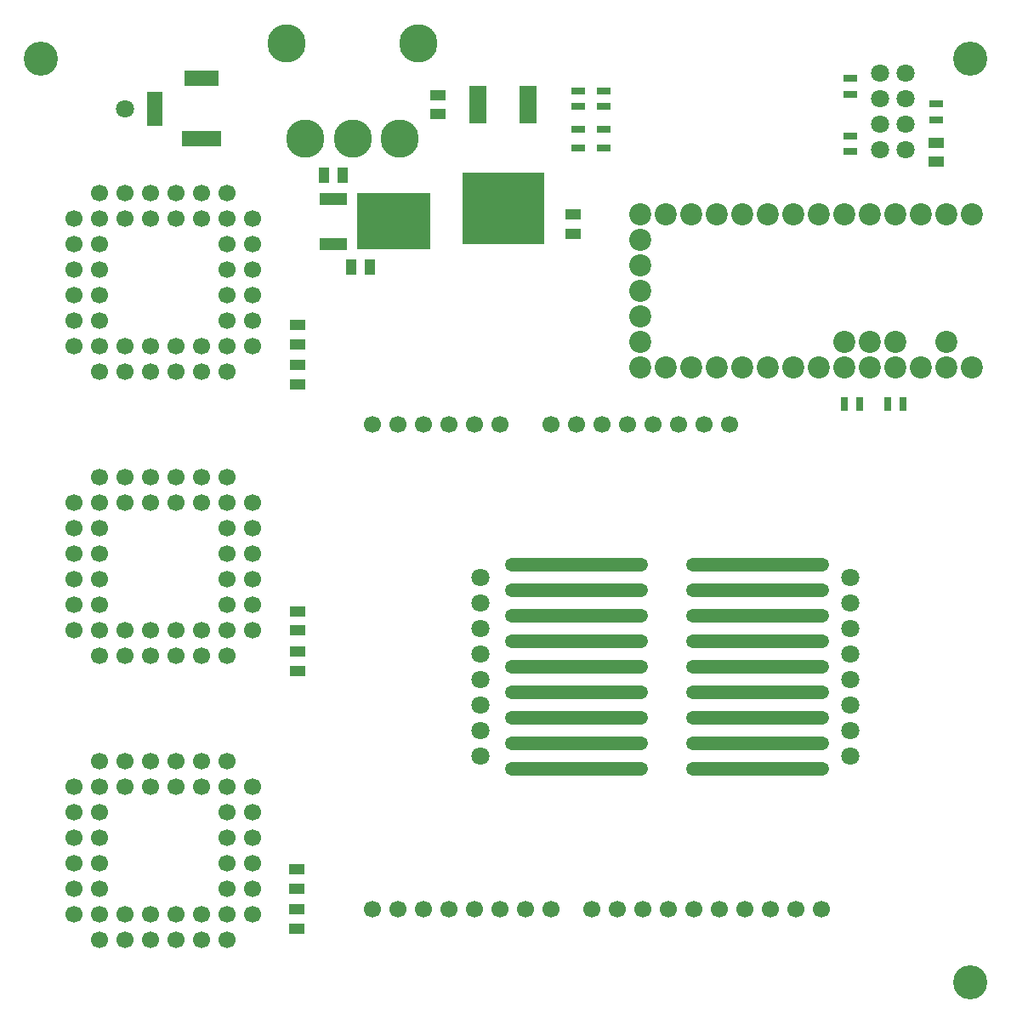
<source format=gts>
G04*
G04 #@! TF.GenerationSoftware,Altium Limited,Altium Designer,19.0.12 (326)*
G04*
G04 Layer_Color=8388736*
%FSLAX44Y44*%
%MOMM*%
G71*
G01*
G75*
%ADD22R,1.5000X1.1000*%
%ADD23R,7.3000X5.7000*%
%ADD24R,2.8000X1.1500*%
%ADD25R,1.1000X1.5000*%
%ADD26R,8.2000X7.2000*%
%ADD27R,1.8000X3.7000*%
%ADD28R,1.3400X0.7400*%
%ADD29R,1.4000X0.7000*%
%ADD30R,0.7400X1.3400*%
%ADD31C,1.8000*%
G04:AMPARAMS|DCode=32|XSize=14.2mm|YSize=1.4mm|CornerRadius=0.7mm|HoleSize=0mm|Usage=FLASHONLY|Rotation=0.000|XOffset=0mm|YOffset=0mm|HoleType=Round|Shape=RoundedRectangle|*
%AMROUNDEDRECTD32*
21,1,14.2000,0.0000,0,0,0.0*
21,1,12.8000,1.4000,0,0,0.0*
1,1,1.4000,6.4000,0.0000*
1,1,1.4000,-6.4000,0.0000*
1,1,1.4000,-6.4000,0.0000*
1,1,1.4000,6.4000,0.0000*
%
%ADD32ROUNDEDRECTD32*%
%ADD33C,2.2000*%
%ADD34C,3.8000*%
%ADD35R,1.5000X3.4000*%
%ADD36R,3.4000X1.5000*%
%ADD37R,3.9000X1.5000*%
%ADD38C,1.7000*%
%ADD39C,3.4000*%
D22*
X295000Y694500D02*
D03*
Y675500D02*
D03*
Y635500D02*
D03*
Y654500D02*
D03*
X435000Y923500D02*
D03*
Y904500D02*
D03*
X570000Y804500D02*
D03*
Y785500D02*
D03*
X295000Y350500D02*
D03*
Y369500D02*
D03*
X294894Y152654D02*
D03*
Y133654D02*
D03*
Y93654D02*
D03*
Y112654D02*
D03*
X930910Y876250D02*
D03*
Y857250D02*
D03*
X295000Y390500D02*
D03*
Y409500D02*
D03*
D23*
X391382Y797560D02*
D03*
D24*
X330882Y774760D02*
D03*
Y820360D02*
D03*
D25*
X348640Y751840D02*
D03*
X367640D02*
D03*
X321360Y843280D02*
D03*
X340360D02*
D03*
D26*
X500000Y811000D02*
D03*
D27*
X475000Y914000D02*
D03*
X525000D02*
D03*
D28*
X575000Y927750D02*
D03*
Y912250D02*
D03*
X600000Y927750D02*
D03*
Y912250D02*
D03*
X930910Y898900D02*
D03*
Y914400D02*
D03*
X845900Y924500D02*
D03*
Y940000D02*
D03*
Y882650D02*
D03*
Y867150D02*
D03*
D29*
X600000Y889500D02*
D03*
Y870500D02*
D03*
X575000Y889500D02*
D03*
Y870500D02*
D03*
D30*
X839600Y615950D02*
D03*
X855100D02*
D03*
X882650D02*
D03*
X898150D02*
D03*
D31*
X477600Y443479D02*
D03*
Y418079D02*
D03*
Y392679D02*
D03*
Y367279D02*
D03*
Y341879D02*
D03*
Y316479D02*
D03*
Y291079D02*
D03*
Y265679D02*
D03*
X845900D02*
D03*
Y291079D02*
D03*
Y316479D02*
D03*
Y341879D02*
D03*
Y367279D02*
D03*
Y392679D02*
D03*
Y418079D02*
D03*
Y443479D02*
D03*
X900400Y869200D02*
D03*
Y894600D02*
D03*
Y920000D02*
D03*
Y945400D02*
D03*
X875000D02*
D03*
Y920000D02*
D03*
Y894600D02*
D03*
Y869200D02*
D03*
X123350Y909800D02*
D03*
D32*
X753190Y430779D02*
D03*
Y456179D02*
D03*
Y405379D02*
D03*
Y379979D02*
D03*
Y354579D02*
D03*
Y329179D02*
D03*
Y303779D02*
D03*
Y278379D02*
D03*
Y252979D02*
D03*
X572850D02*
D03*
Y278379D02*
D03*
Y303779D02*
D03*
Y329179D02*
D03*
Y354579D02*
D03*
Y379979D02*
D03*
Y405379D02*
D03*
Y456179D02*
D03*
Y430779D02*
D03*
D33*
X839600Y678000D02*
D03*
X865000D02*
D03*
X890400D02*
D03*
X941200D02*
D03*
X966600Y652600D02*
D03*
X941200D02*
D03*
X915800D02*
D03*
X890400D02*
D03*
X865000D02*
D03*
X839600D02*
D03*
X814200D02*
D03*
X788800D02*
D03*
X763400D02*
D03*
X738000D02*
D03*
X712600D02*
D03*
X687200D02*
D03*
X661800D02*
D03*
X636400D02*
D03*
Y678000D02*
D03*
Y703400D02*
D03*
Y728800D02*
D03*
Y754200D02*
D03*
Y779600D02*
D03*
Y805000D02*
D03*
X661800D02*
D03*
X687200D02*
D03*
X712600D02*
D03*
X738000D02*
D03*
X763400D02*
D03*
X788800D02*
D03*
X814200D02*
D03*
X839600D02*
D03*
X865000D02*
D03*
X890400D02*
D03*
X915800D02*
D03*
X941200D02*
D03*
X966600D02*
D03*
D34*
X350000Y880000D02*
D03*
X416000Y975300D02*
D03*
X284000D02*
D03*
X397000Y880000D02*
D03*
X303000D02*
D03*
D35*
X153000Y910000D02*
D03*
D36*
X200000Y940000D02*
D03*
D37*
Y880000D02*
D03*
D38*
X547450Y595312D02*
D03*
X572850D02*
D03*
X598250D02*
D03*
X623650D02*
D03*
X649050D02*
D03*
X674450D02*
D03*
X699850D02*
D03*
X725250D02*
D03*
X588090Y112712D02*
D03*
X613490D02*
D03*
X664290D02*
D03*
X689690D02*
D03*
X715090D02*
D03*
X740490D02*
D03*
X765890D02*
D03*
X791290D02*
D03*
X816690D02*
D03*
X638890D02*
D03*
X547450D02*
D03*
X522050D02*
D03*
X496650D02*
D03*
X471250D02*
D03*
X445850D02*
D03*
X420450D02*
D03*
X395050D02*
D03*
X369650D02*
D03*
Y595312D02*
D03*
X395050D02*
D03*
X420450D02*
D03*
X445850D02*
D03*
X471250D02*
D03*
X496650D02*
D03*
X224950Y825500D02*
D03*
X199550D02*
D03*
X174150D02*
D03*
X148750D02*
D03*
X123350D02*
D03*
X97950D02*
D03*
X250350Y800100D02*
D03*
X224950D02*
D03*
X199550D02*
D03*
X174150D02*
D03*
X148750D02*
D03*
X123350D02*
D03*
X97950D02*
D03*
X72550D02*
D03*
X250350Y774700D02*
D03*
X224950D02*
D03*
X97950D02*
D03*
X72550D02*
D03*
X250350Y749300D02*
D03*
X224950D02*
D03*
X97950D02*
D03*
X72550D02*
D03*
X250350Y723900D02*
D03*
X224950D02*
D03*
X97950D02*
D03*
X72550D02*
D03*
X250350Y698500D02*
D03*
X224950D02*
D03*
X97950D02*
D03*
X72550D02*
D03*
X250350Y673100D02*
D03*
X224950D02*
D03*
X199550D02*
D03*
X174150D02*
D03*
X148750D02*
D03*
X123350D02*
D03*
X97950D02*
D03*
X72550D02*
D03*
X224950Y647700D02*
D03*
X199550D02*
D03*
X174150D02*
D03*
X148750D02*
D03*
X123350D02*
D03*
X97950D02*
D03*
X224950Y260350D02*
D03*
X199550D02*
D03*
X174150D02*
D03*
X148750D02*
D03*
X123350D02*
D03*
X97950D02*
D03*
X250350Y234950D02*
D03*
X224950D02*
D03*
X199550D02*
D03*
X174150D02*
D03*
X148750D02*
D03*
X123350D02*
D03*
X97950D02*
D03*
X72550D02*
D03*
X250350Y209550D02*
D03*
X224950D02*
D03*
X97950D02*
D03*
X72550D02*
D03*
X250350Y184150D02*
D03*
X224950D02*
D03*
X97950D02*
D03*
X72550D02*
D03*
X250350Y158750D02*
D03*
X224950D02*
D03*
X97950D02*
D03*
X72550D02*
D03*
X250350Y133350D02*
D03*
X224950D02*
D03*
X97950D02*
D03*
X72550D02*
D03*
X250350Y107950D02*
D03*
X224950D02*
D03*
X199550D02*
D03*
X174150D02*
D03*
X148750D02*
D03*
X123350D02*
D03*
X97950D02*
D03*
X72550D02*
D03*
X224950Y82550D02*
D03*
X199550D02*
D03*
X174150D02*
D03*
X148750D02*
D03*
X123350D02*
D03*
X97950D02*
D03*
X224950Y542925D02*
D03*
X199550D02*
D03*
X174150D02*
D03*
X148750D02*
D03*
X123350D02*
D03*
X97950D02*
D03*
X250350Y517525D02*
D03*
X224950D02*
D03*
X199550D02*
D03*
X174150D02*
D03*
X148750D02*
D03*
X123350D02*
D03*
X97950D02*
D03*
X72550D02*
D03*
X250350Y492125D02*
D03*
X224950D02*
D03*
X97950D02*
D03*
X72550D02*
D03*
X250350Y466725D02*
D03*
X224950D02*
D03*
X97950D02*
D03*
X72550D02*
D03*
X250350Y441325D02*
D03*
X224950D02*
D03*
X97950D02*
D03*
X72550D02*
D03*
X250350Y415925D02*
D03*
X224950D02*
D03*
X97950D02*
D03*
X72550D02*
D03*
X250350Y390525D02*
D03*
X224950D02*
D03*
X199550D02*
D03*
X174150D02*
D03*
X148750D02*
D03*
X123350D02*
D03*
X97950D02*
D03*
X72550D02*
D03*
X224950Y365125D02*
D03*
X199550D02*
D03*
X174150D02*
D03*
X148750D02*
D03*
X123350D02*
D03*
X97950D02*
D03*
D39*
X965000Y960000D02*
D03*
Y40000D02*
D03*
X40000Y960000D02*
D03*
M02*

</source>
